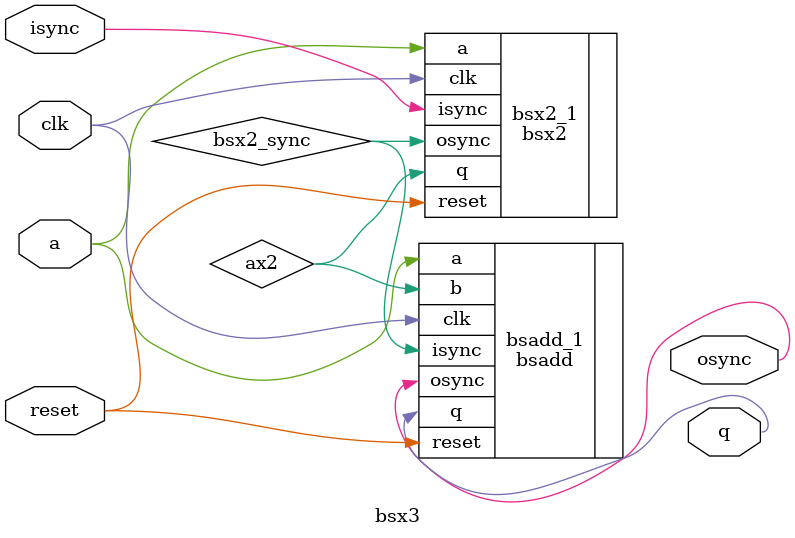
<source format=v>
module bsx3(
	   input  reset,
	   input  clk,
	   input  a,
	   output q,
	   input  isync,
	   output osync);

   wire		  ax2;
   wire		  bsx2_sync;
   
   bsx2 bsx2_1(.reset(reset),
	       .clk(clk),
	       .a(a),
	       .q(ax2),
	       .isync(isync),
	       .osync(bsx2_sync)
	       );

   bsadd bsadd_1(.reset(reset),
		 .clk(clk),
		 .a(a),
		 .b(ax2),
		 .q(q),
		 .isync(bsx2_sync),
		 .osync(osync)
		 );
   
endmodule 

</source>
